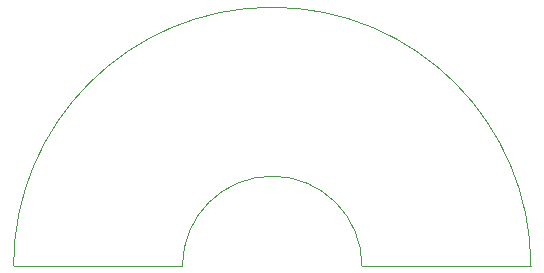
<source format=gbr>
%TF.GenerationSoftware,KiCad,Pcbnew,(6.0.2)*%
%TF.CreationDate,2022-08-08T11:51:29-04:00*%
%TF.ProjectId,SmallBoard,536d616c-6c42-46f6-9172-642e6b696361,rev?*%
%TF.SameCoordinates,Original*%
%TF.FileFunction,Profile,NP*%
%FSLAX46Y46*%
G04 Gerber Fmt 4.6, Leading zero omitted, Abs format (unit mm)*
G04 Created by KiCad (PCBNEW (6.0.2)) date 2022-08-08 11:51:29*
%MOMM*%
%LPD*%
G01*
G04 APERTURE LIST*
%TA.AperFunction,Profile*%
%ADD10C,0.100000*%
%TD*%
G04 APERTURE END LIST*
D10*
X132800000Y-50300000D02*
X118500000Y-50300000D01*
X162300000Y-50300000D02*
X148000000Y-50300000D01*
X148000000Y-50300000D02*
G75*
G03*
X132800000Y-50300000I-7600000J0D01*
G01*
X162300000Y-50300000D02*
G75*
G03*
X118500000Y-50300000I-21900000J0D01*
G01*
M02*

</source>
